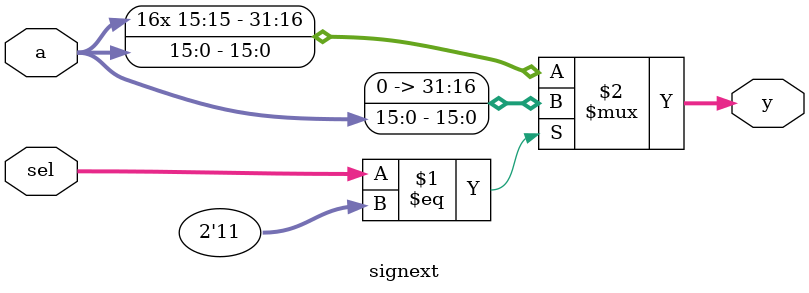
<source format=v>
`timescale 1ns / 1ps


module signext(
	input wire[15:0] a,
	input wire[1:0] sel,
	output wire[31:0] y
    );

	//unsigned extension and sign extension
	assign y = (sel == 2'b11) ? {{16{1'b0}}, a} : {{16{a[15]}}, a};
endmodule

</source>
